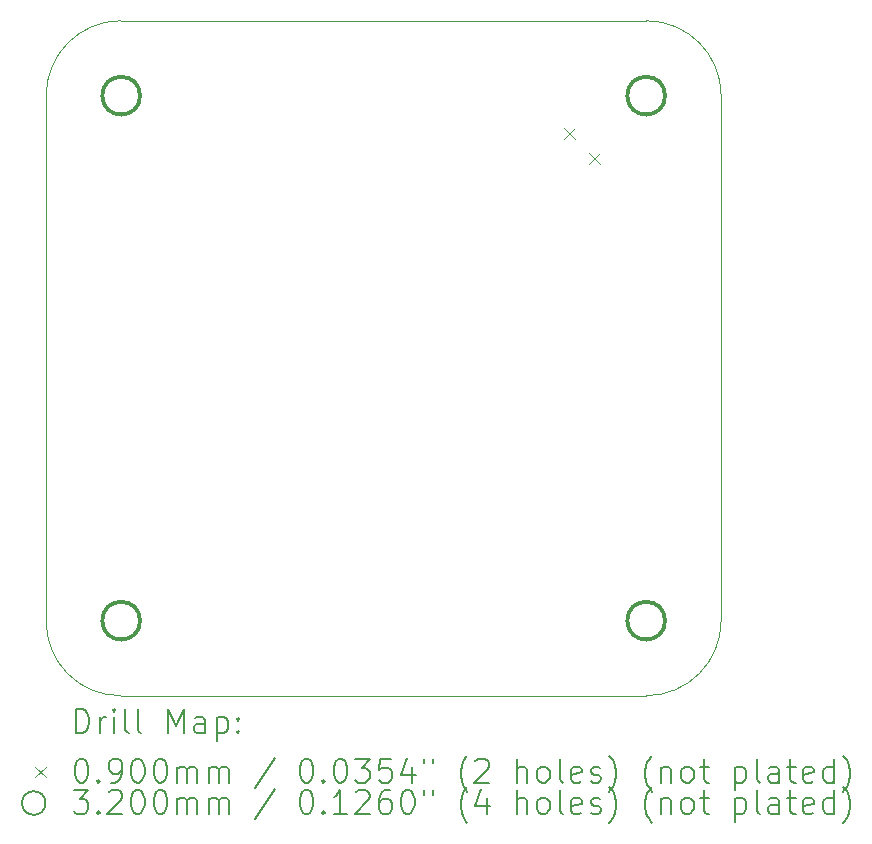
<source format=gbr>
%TF.GenerationSoftware,KiCad,Pcbnew,(6.0.7)*%
%TF.CreationDate,2023-06-27T12:32:27-07:00*%
%TF.ProjectId,OBC-Attempt-5_Matcha_2_Layer_3,4f42432d-4174-4746-956d-70742d355f4d,rev?*%
%TF.SameCoordinates,Original*%
%TF.FileFunction,Drillmap*%
%TF.FilePolarity,Positive*%
%FSLAX45Y45*%
G04 Gerber Fmt 4.5, Leading zero omitted, Abs format (unit mm)*
G04 Created by KiCad (PCBNEW (6.0.7)) date 2023-06-27 12:32:27*
%MOMM*%
%LPD*%
G01*
G04 APERTURE LIST*
%ADD10C,0.100000*%
%ADD11C,0.200000*%
%ADD12C,0.090000*%
%ADD13C,0.320000*%
G04 APERTURE END LIST*
D10*
X8255000Y-3175000D02*
X8255000Y-7620000D01*
X8255000Y-3175000D02*
G75*
G03*
X7620000Y-2540000I-635000J0D01*
G01*
X7620000Y-8255000D02*
G75*
G03*
X8255000Y-7620000I0J635000D01*
G01*
X7620000Y-8255000D02*
X3175000Y-8255000D01*
X3175000Y-2540000D02*
G75*
G03*
X2540000Y-3175000I0J-635000D01*
G01*
X2540000Y-7620000D02*
G75*
G03*
X3175000Y-8255000I627335J-7665D01*
G01*
X3175000Y-2540000D02*
X7620000Y-2540000D01*
X2540000Y-7620000D02*
X2540000Y-3175000D01*
D11*
D12*
X6924934Y-3447934D02*
X7014934Y-3537934D01*
X7014934Y-3447934D02*
X6924934Y-3537934D01*
X7137066Y-3660066D02*
X7227066Y-3750066D01*
X7227066Y-3660066D02*
X7137066Y-3750066D01*
D13*
X3335000Y-3175000D02*
G75*
G03*
X3335000Y-3175000I-160000J0D01*
G01*
X3335000Y-7620000D02*
G75*
G03*
X3335000Y-7620000I-160000J0D01*
G01*
X7780000Y-3175000D02*
G75*
G03*
X7780000Y-3175000I-160000J0D01*
G01*
X7780000Y-7620000D02*
G75*
G03*
X7780000Y-7620000I-160000J0D01*
G01*
D11*
X2792572Y-8570523D02*
X2792572Y-8370523D01*
X2840191Y-8370523D01*
X2868763Y-8380047D01*
X2887810Y-8399094D01*
X2897334Y-8418142D01*
X2906858Y-8456237D01*
X2906858Y-8484809D01*
X2897334Y-8522904D01*
X2887810Y-8541952D01*
X2868763Y-8560999D01*
X2840191Y-8570523D01*
X2792572Y-8570523D01*
X2992572Y-8570523D02*
X2992572Y-8437190D01*
X2992572Y-8475285D02*
X3002096Y-8456237D01*
X3011620Y-8446713D01*
X3030667Y-8437190D01*
X3049715Y-8437190D01*
X3116382Y-8570523D02*
X3116382Y-8437190D01*
X3116382Y-8370523D02*
X3106858Y-8380047D01*
X3116382Y-8389571D01*
X3125905Y-8380047D01*
X3116382Y-8370523D01*
X3116382Y-8389571D01*
X3240191Y-8570523D02*
X3221144Y-8560999D01*
X3211620Y-8541952D01*
X3211620Y-8370523D01*
X3344953Y-8570523D02*
X3325905Y-8560999D01*
X3316382Y-8541952D01*
X3316382Y-8370523D01*
X3573525Y-8570523D02*
X3573525Y-8370523D01*
X3640191Y-8513380D01*
X3706858Y-8370523D01*
X3706858Y-8570523D01*
X3887810Y-8570523D02*
X3887810Y-8465761D01*
X3878286Y-8446713D01*
X3859239Y-8437190D01*
X3821144Y-8437190D01*
X3802096Y-8446713D01*
X3887810Y-8560999D02*
X3868763Y-8570523D01*
X3821144Y-8570523D01*
X3802096Y-8560999D01*
X3792572Y-8541952D01*
X3792572Y-8522904D01*
X3802096Y-8503856D01*
X3821144Y-8494333D01*
X3868763Y-8494333D01*
X3887810Y-8484809D01*
X3983048Y-8437190D02*
X3983048Y-8637190D01*
X3983048Y-8446713D02*
X4002096Y-8437190D01*
X4040191Y-8437190D01*
X4059239Y-8446713D01*
X4068763Y-8456237D01*
X4078286Y-8475285D01*
X4078286Y-8532428D01*
X4068763Y-8551475D01*
X4059239Y-8560999D01*
X4040191Y-8570523D01*
X4002096Y-8570523D01*
X3983048Y-8560999D01*
X4164001Y-8551475D02*
X4173525Y-8560999D01*
X4164001Y-8570523D01*
X4154477Y-8560999D01*
X4164001Y-8551475D01*
X4164001Y-8570523D01*
X4164001Y-8446713D02*
X4173525Y-8456237D01*
X4164001Y-8465761D01*
X4154477Y-8456237D01*
X4164001Y-8446713D01*
X4164001Y-8465761D01*
D12*
X2444953Y-8855047D02*
X2534953Y-8945047D01*
X2534953Y-8855047D02*
X2444953Y-8945047D01*
D11*
X2830667Y-8790523D02*
X2849715Y-8790523D01*
X2868763Y-8800047D01*
X2878286Y-8809571D01*
X2887810Y-8828618D01*
X2897334Y-8866713D01*
X2897334Y-8914333D01*
X2887810Y-8952428D01*
X2878286Y-8971475D01*
X2868763Y-8980999D01*
X2849715Y-8990523D01*
X2830667Y-8990523D01*
X2811620Y-8980999D01*
X2802096Y-8971475D01*
X2792572Y-8952428D01*
X2783048Y-8914333D01*
X2783048Y-8866713D01*
X2792572Y-8828618D01*
X2802096Y-8809571D01*
X2811620Y-8800047D01*
X2830667Y-8790523D01*
X2983048Y-8971475D02*
X2992572Y-8980999D01*
X2983048Y-8990523D01*
X2973525Y-8980999D01*
X2983048Y-8971475D01*
X2983048Y-8990523D01*
X3087810Y-8990523D02*
X3125905Y-8990523D01*
X3144953Y-8980999D01*
X3154477Y-8971475D01*
X3173525Y-8942904D01*
X3183048Y-8904809D01*
X3183048Y-8828618D01*
X3173525Y-8809571D01*
X3164001Y-8800047D01*
X3144953Y-8790523D01*
X3106858Y-8790523D01*
X3087810Y-8800047D01*
X3078286Y-8809571D01*
X3068763Y-8828618D01*
X3068763Y-8876237D01*
X3078286Y-8895285D01*
X3087810Y-8904809D01*
X3106858Y-8914333D01*
X3144953Y-8914333D01*
X3164001Y-8904809D01*
X3173525Y-8895285D01*
X3183048Y-8876237D01*
X3306858Y-8790523D02*
X3325905Y-8790523D01*
X3344953Y-8800047D01*
X3354477Y-8809571D01*
X3364001Y-8828618D01*
X3373525Y-8866713D01*
X3373525Y-8914333D01*
X3364001Y-8952428D01*
X3354477Y-8971475D01*
X3344953Y-8980999D01*
X3325905Y-8990523D01*
X3306858Y-8990523D01*
X3287810Y-8980999D01*
X3278286Y-8971475D01*
X3268763Y-8952428D01*
X3259239Y-8914333D01*
X3259239Y-8866713D01*
X3268763Y-8828618D01*
X3278286Y-8809571D01*
X3287810Y-8800047D01*
X3306858Y-8790523D01*
X3497334Y-8790523D02*
X3516382Y-8790523D01*
X3535429Y-8800047D01*
X3544953Y-8809571D01*
X3554477Y-8828618D01*
X3564001Y-8866713D01*
X3564001Y-8914333D01*
X3554477Y-8952428D01*
X3544953Y-8971475D01*
X3535429Y-8980999D01*
X3516382Y-8990523D01*
X3497334Y-8990523D01*
X3478286Y-8980999D01*
X3468763Y-8971475D01*
X3459239Y-8952428D01*
X3449715Y-8914333D01*
X3449715Y-8866713D01*
X3459239Y-8828618D01*
X3468763Y-8809571D01*
X3478286Y-8800047D01*
X3497334Y-8790523D01*
X3649715Y-8990523D02*
X3649715Y-8857190D01*
X3649715Y-8876237D02*
X3659239Y-8866713D01*
X3678286Y-8857190D01*
X3706858Y-8857190D01*
X3725905Y-8866713D01*
X3735429Y-8885761D01*
X3735429Y-8990523D01*
X3735429Y-8885761D02*
X3744953Y-8866713D01*
X3764001Y-8857190D01*
X3792572Y-8857190D01*
X3811620Y-8866713D01*
X3821144Y-8885761D01*
X3821144Y-8990523D01*
X3916382Y-8990523D02*
X3916382Y-8857190D01*
X3916382Y-8876237D02*
X3925905Y-8866713D01*
X3944953Y-8857190D01*
X3973525Y-8857190D01*
X3992572Y-8866713D01*
X4002096Y-8885761D01*
X4002096Y-8990523D01*
X4002096Y-8885761D02*
X4011620Y-8866713D01*
X4030667Y-8857190D01*
X4059239Y-8857190D01*
X4078286Y-8866713D01*
X4087810Y-8885761D01*
X4087810Y-8990523D01*
X4478287Y-8780999D02*
X4306858Y-9038142D01*
X4735429Y-8790523D02*
X4754477Y-8790523D01*
X4773525Y-8800047D01*
X4783048Y-8809571D01*
X4792572Y-8828618D01*
X4802096Y-8866713D01*
X4802096Y-8914333D01*
X4792572Y-8952428D01*
X4783048Y-8971475D01*
X4773525Y-8980999D01*
X4754477Y-8990523D01*
X4735429Y-8990523D01*
X4716382Y-8980999D01*
X4706858Y-8971475D01*
X4697334Y-8952428D01*
X4687810Y-8914333D01*
X4687810Y-8866713D01*
X4697334Y-8828618D01*
X4706858Y-8809571D01*
X4716382Y-8800047D01*
X4735429Y-8790523D01*
X4887810Y-8971475D02*
X4897334Y-8980999D01*
X4887810Y-8990523D01*
X4878287Y-8980999D01*
X4887810Y-8971475D01*
X4887810Y-8990523D01*
X5021144Y-8790523D02*
X5040191Y-8790523D01*
X5059239Y-8800047D01*
X5068763Y-8809571D01*
X5078287Y-8828618D01*
X5087810Y-8866713D01*
X5087810Y-8914333D01*
X5078287Y-8952428D01*
X5068763Y-8971475D01*
X5059239Y-8980999D01*
X5040191Y-8990523D01*
X5021144Y-8990523D01*
X5002096Y-8980999D01*
X4992572Y-8971475D01*
X4983048Y-8952428D01*
X4973525Y-8914333D01*
X4973525Y-8866713D01*
X4983048Y-8828618D01*
X4992572Y-8809571D01*
X5002096Y-8800047D01*
X5021144Y-8790523D01*
X5154477Y-8790523D02*
X5278287Y-8790523D01*
X5211620Y-8866713D01*
X5240191Y-8866713D01*
X5259239Y-8876237D01*
X5268763Y-8885761D01*
X5278287Y-8904809D01*
X5278287Y-8952428D01*
X5268763Y-8971475D01*
X5259239Y-8980999D01*
X5240191Y-8990523D01*
X5183048Y-8990523D01*
X5164001Y-8980999D01*
X5154477Y-8971475D01*
X5459239Y-8790523D02*
X5364001Y-8790523D01*
X5354477Y-8885761D01*
X5364001Y-8876237D01*
X5383048Y-8866713D01*
X5430667Y-8866713D01*
X5449715Y-8876237D01*
X5459239Y-8885761D01*
X5468763Y-8904809D01*
X5468763Y-8952428D01*
X5459239Y-8971475D01*
X5449715Y-8980999D01*
X5430667Y-8990523D01*
X5383048Y-8990523D01*
X5364001Y-8980999D01*
X5354477Y-8971475D01*
X5640191Y-8857190D02*
X5640191Y-8990523D01*
X5592572Y-8780999D02*
X5544953Y-8923856D01*
X5668763Y-8923856D01*
X5735429Y-8790523D02*
X5735429Y-8828618D01*
X5811620Y-8790523D02*
X5811620Y-8828618D01*
X6106858Y-9066713D02*
X6097334Y-9057190D01*
X6078286Y-9028618D01*
X6068763Y-9009571D01*
X6059239Y-8980999D01*
X6049715Y-8933380D01*
X6049715Y-8895285D01*
X6059239Y-8847666D01*
X6068763Y-8819094D01*
X6078286Y-8800047D01*
X6097334Y-8771475D01*
X6106858Y-8761952D01*
X6173525Y-8809571D02*
X6183048Y-8800047D01*
X6202096Y-8790523D01*
X6249715Y-8790523D01*
X6268763Y-8800047D01*
X6278286Y-8809571D01*
X6287810Y-8828618D01*
X6287810Y-8847666D01*
X6278286Y-8876237D01*
X6164001Y-8990523D01*
X6287810Y-8990523D01*
X6525905Y-8990523D02*
X6525905Y-8790523D01*
X6611620Y-8990523D02*
X6611620Y-8885761D01*
X6602096Y-8866713D01*
X6583048Y-8857190D01*
X6554477Y-8857190D01*
X6535429Y-8866713D01*
X6525905Y-8876237D01*
X6735429Y-8990523D02*
X6716382Y-8980999D01*
X6706858Y-8971475D01*
X6697334Y-8952428D01*
X6697334Y-8895285D01*
X6706858Y-8876237D01*
X6716382Y-8866713D01*
X6735429Y-8857190D01*
X6764001Y-8857190D01*
X6783048Y-8866713D01*
X6792572Y-8876237D01*
X6802096Y-8895285D01*
X6802096Y-8952428D01*
X6792572Y-8971475D01*
X6783048Y-8980999D01*
X6764001Y-8990523D01*
X6735429Y-8990523D01*
X6916382Y-8990523D02*
X6897334Y-8980999D01*
X6887810Y-8961952D01*
X6887810Y-8790523D01*
X7068763Y-8980999D02*
X7049715Y-8990523D01*
X7011620Y-8990523D01*
X6992572Y-8980999D01*
X6983048Y-8961952D01*
X6983048Y-8885761D01*
X6992572Y-8866713D01*
X7011620Y-8857190D01*
X7049715Y-8857190D01*
X7068763Y-8866713D01*
X7078286Y-8885761D01*
X7078286Y-8904809D01*
X6983048Y-8923856D01*
X7154477Y-8980999D02*
X7173525Y-8990523D01*
X7211620Y-8990523D01*
X7230667Y-8980999D01*
X7240191Y-8961952D01*
X7240191Y-8952428D01*
X7230667Y-8933380D01*
X7211620Y-8923856D01*
X7183048Y-8923856D01*
X7164001Y-8914333D01*
X7154477Y-8895285D01*
X7154477Y-8885761D01*
X7164001Y-8866713D01*
X7183048Y-8857190D01*
X7211620Y-8857190D01*
X7230667Y-8866713D01*
X7306858Y-9066713D02*
X7316382Y-9057190D01*
X7335429Y-9028618D01*
X7344953Y-9009571D01*
X7354477Y-8980999D01*
X7364001Y-8933380D01*
X7364001Y-8895285D01*
X7354477Y-8847666D01*
X7344953Y-8819094D01*
X7335429Y-8800047D01*
X7316382Y-8771475D01*
X7306858Y-8761952D01*
X7668763Y-9066713D02*
X7659239Y-9057190D01*
X7640191Y-9028618D01*
X7630667Y-9009571D01*
X7621144Y-8980999D01*
X7611620Y-8933380D01*
X7611620Y-8895285D01*
X7621144Y-8847666D01*
X7630667Y-8819094D01*
X7640191Y-8800047D01*
X7659239Y-8771475D01*
X7668763Y-8761952D01*
X7744953Y-8857190D02*
X7744953Y-8990523D01*
X7744953Y-8876237D02*
X7754477Y-8866713D01*
X7773525Y-8857190D01*
X7802096Y-8857190D01*
X7821144Y-8866713D01*
X7830667Y-8885761D01*
X7830667Y-8990523D01*
X7954477Y-8990523D02*
X7935429Y-8980999D01*
X7925905Y-8971475D01*
X7916382Y-8952428D01*
X7916382Y-8895285D01*
X7925905Y-8876237D01*
X7935429Y-8866713D01*
X7954477Y-8857190D01*
X7983048Y-8857190D01*
X8002096Y-8866713D01*
X8011620Y-8876237D01*
X8021144Y-8895285D01*
X8021144Y-8952428D01*
X8011620Y-8971475D01*
X8002096Y-8980999D01*
X7983048Y-8990523D01*
X7954477Y-8990523D01*
X8078286Y-8857190D02*
X8154477Y-8857190D01*
X8106858Y-8790523D02*
X8106858Y-8961952D01*
X8116382Y-8980999D01*
X8135429Y-8990523D01*
X8154477Y-8990523D01*
X8373525Y-8857190D02*
X8373525Y-9057190D01*
X8373525Y-8866713D02*
X8392572Y-8857190D01*
X8430667Y-8857190D01*
X8449715Y-8866713D01*
X8459239Y-8876237D01*
X8468763Y-8895285D01*
X8468763Y-8952428D01*
X8459239Y-8971475D01*
X8449715Y-8980999D01*
X8430667Y-8990523D01*
X8392572Y-8990523D01*
X8373525Y-8980999D01*
X8583048Y-8990523D02*
X8564001Y-8980999D01*
X8554477Y-8961952D01*
X8554477Y-8790523D01*
X8744953Y-8990523D02*
X8744953Y-8885761D01*
X8735429Y-8866713D01*
X8716382Y-8857190D01*
X8678287Y-8857190D01*
X8659239Y-8866713D01*
X8744953Y-8980999D02*
X8725906Y-8990523D01*
X8678287Y-8990523D01*
X8659239Y-8980999D01*
X8649715Y-8961952D01*
X8649715Y-8942904D01*
X8659239Y-8923856D01*
X8678287Y-8914333D01*
X8725906Y-8914333D01*
X8744953Y-8904809D01*
X8811620Y-8857190D02*
X8887810Y-8857190D01*
X8840191Y-8790523D02*
X8840191Y-8961952D01*
X8849715Y-8980999D01*
X8868763Y-8990523D01*
X8887810Y-8990523D01*
X9030667Y-8980999D02*
X9011620Y-8990523D01*
X8973525Y-8990523D01*
X8954477Y-8980999D01*
X8944953Y-8961952D01*
X8944953Y-8885761D01*
X8954477Y-8866713D01*
X8973525Y-8857190D01*
X9011620Y-8857190D01*
X9030667Y-8866713D01*
X9040191Y-8885761D01*
X9040191Y-8904809D01*
X8944953Y-8923856D01*
X9211620Y-8990523D02*
X9211620Y-8790523D01*
X9211620Y-8980999D02*
X9192572Y-8990523D01*
X9154477Y-8990523D01*
X9135429Y-8980999D01*
X9125906Y-8971475D01*
X9116382Y-8952428D01*
X9116382Y-8895285D01*
X9125906Y-8876237D01*
X9135429Y-8866713D01*
X9154477Y-8857190D01*
X9192572Y-8857190D01*
X9211620Y-8866713D01*
X9287810Y-9066713D02*
X9297334Y-9057190D01*
X9316382Y-9028618D01*
X9325906Y-9009571D01*
X9335429Y-8980999D01*
X9344953Y-8933380D01*
X9344953Y-8895285D01*
X9335429Y-8847666D01*
X9325906Y-8819094D01*
X9316382Y-8800047D01*
X9297334Y-8771475D01*
X9287810Y-8761952D01*
X2534953Y-9164047D02*
G75*
G03*
X2534953Y-9164047I-100000J0D01*
G01*
X2773525Y-9054523D02*
X2897334Y-9054523D01*
X2830667Y-9130713D01*
X2859239Y-9130713D01*
X2878286Y-9140237D01*
X2887810Y-9149761D01*
X2897334Y-9168809D01*
X2897334Y-9216428D01*
X2887810Y-9235475D01*
X2878286Y-9244999D01*
X2859239Y-9254523D01*
X2802096Y-9254523D01*
X2783048Y-9244999D01*
X2773525Y-9235475D01*
X2983048Y-9235475D02*
X2992572Y-9244999D01*
X2983048Y-9254523D01*
X2973525Y-9244999D01*
X2983048Y-9235475D01*
X2983048Y-9254523D01*
X3068763Y-9073571D02*
X3078286Y-9064047D01*
X3097334Y-9054523D01*
X3144953Y-9054523D01*
X3164001Y-9064047D01*
X3173525Y-9073571D01*
X3183048Y-9092618D01*
X3183048Y-9111666D01*
X3173525Y-9140237D01*
X3059239Y-9254523D01*
X3183048Y-9254523D01*
X3306858Y-9054523D02*
X3325905Y-9054523D01*
X3344953Y-9064047D01*
X3354477Y-9073571D01*
X3364001Y-9092618D01*
X3373525Y-9130713D01*
X3373525Y-9178333D01*
X3364001Y-9216428D01*
X3354477Y-9235475D01*
X3344953Y-9244999D01*
X3325905Y-9254523D01*
X3306858Y-9254523D01*
X3287810Y-9244999D01*
X3278286Y-9235475D01*
X3268763Y-9216428D01*
X3259239Y-9178333D01*
X3259239Y-9130713D01*
X3268763Y-9092618D01*
X3278286Y-9073571D01*
X3287810Y-9064047D01*
X3306858Y-9054523D01*
X3497334Y-9054523D02*
X3516382Y-9054523D01*
X3535429Y-9064047D01*
X3544953Y-9073571D01*
X3554477Y-9092618D01*
X3564001Y-9130713D01*
X3564001Y-9178333D01*
X3554477Y-9216428D01*
X3544953Y-9235475D01*
X3535429Y-9244999D01*
X3516382Y-9254523D01*
X3497334Y-9254523D01*
X3478286Y-9244999D01*
X3468763Y-9235475D01*
X3459239Y-9216428D01*
X3449715Y-9178333D01*
X3449715Y-9130713D01*
X3459239Y-9092618D01*
X3468763Y-9073571D01*
X3478286Y-9064047D01*
X3497334Y-9054523D01*
X3649715Y-9254523D02*
X3649715Y-9121190D01*
X3649715Y-9140237D02*
X3659239Y-9130713D01*
X3678286Y-9121190D01*
X3706858Y-9121190D01*
X3725905Y-9130713D01*
X3735429Y-9149761D01*
X3735429Y-9254523D01*
X3735429Y-9149761D02*
X3744953Y-9130713D01*
X3764001Y-9121190D01*
X3792572Y-9121190D01*
X3811620Y-9130713D01*
X3821144Y-9149761D01*
X3821144Y-9254523D01*
X3916382Y-9254523D02*
X3916382Y-9121190D01*
X3916382Y-9140237D02*
X3925905Y-9130713D01*
X3944953Y-9121190D01*
X3973525Y-9121190D01*
X3992572Y-9130713D01*
X4002096Y-9149761D01*
X4002096Y-9254523D01*
X4002096Y-9149761D02*
X4011620Y-9130713D01*
X4030667Y-9121190D01*
X4059239Y-9121190D01*
X4078286Y-9130713D01*
X4087810Y-9149761D01*
X4087810Y-9254523D01*
X4478287Y-9044999D02*
X4306858Y-9302142D01*
X4735429Y-9054523D02*
X4754477Y-9054523D01*
X4773525Y-9064047D01*
X4783048Y-9073571D01*
X4792572Y-9092618D01*
X4802096Y-9130713D01*
X4802096Y-9178333D01*
X4792572Y-9216428D01*
X4783048Y-9235475D01*
X4773525Y-9244999D01*
X4754477Y-9254523D01*
X4735429Y-9254523D01*
X4716382Y-9244999D01*
X4706858Y-9235475D01*
X4697334Y-9216428D01*
X4687810Y-9178333D01*
X4687810Y-9130713D01*
X4697334Y-9092618D01*
X4706858Y-9073571D01*
X4716382Y-9064047D01*
X4735429Y-9054523D01*
X4887810Y-9235475D02*
X4897334Y-9244999D01*
X4887810Y-9254523D01*
X4878287Y-9244999D01*
X4887810Y-9235475D01*
X4887810Y-9254523D01*
X5087810Y-9254523D02*
X4973525Y-9254523D01*
X5030667Y-9254523D02*
X5030667Y-9054523D01*
X5011620Y-9083094D01*
X4992572Y-9102142D01*
X4973525Y-9111666D01*
X5164001Y-9073571D02*
X5173525Y-9064047D01*
X5192572Y-9054523D01*
X5240191Y-9054523D01*
X5259239Y-9064047D01*
X5268763Y-9073571D01*
X5278287Y-9092618D01*
X5278287Y-9111666D01*
X5268763Y-9140237D01*
X5154477Y-9254523D01*
X5278287Y-9254523D01*
X5449715Y-9054523D02*
X5411620Y-9054523D01*
X5392572Y-9064047D01*
X5383048Y-9073571D01*
X5364001Y-9102142D01*
X5354477Y-9140237D01*
X5354477Y-9216428D01*
X5364001Y-9235475D01*
X5373525Y-9244999D01*
X5392572Y-9254523D01*
X5430667Y-9254523D01*
X5449715Y-9244999D01*
X5459239Y-9235475D01*
X5468763Y-9216428D01*
X5468763Y-9168809D01*
X5459239Y-9149761D01*
X5449715Y-9140237D01*
X5430667Y-9130713D01*
X5392572Y-9130713D01*
X5373525Y-9140237D01*
X5364001Y-9149761D01*
X5354477Y-9168809D01*
X5592572Y-9054523D02*
X5611620Y-9054523D01*
X5630667Y-9064047D01*
X5640191Y-9073571D01*
X5649715Y-9092618D01*
X5659239Y-9130713D01*
X5659239Y-9178333D01*
X5649715Y-9216428D01*
X5640191Y-9235475D01*
X5630667Y-9244999D01*
X5611620Y-9254523D01*
X5592572Y-9254523D01*
X5573525Y-9244999D01*
X5564001Y-9235475D01*
X5554477Y-9216428D01*
X5544953Y-9178333D01*
X5544953Y-9130713D01*
X5554477Y-9092618D01*
X5564001Y-9073571D01*
X5573525Y-9064047D01*
X5592572Y-9054523D01*
X5735429Y-9054523D02*
X5735429Y-9092618D01*
X5811620Y-9054523D02*
X5811620Y-9092618D01*
X6106858Y-9330713D02*
X6097334Y-9321190D01*
X6078286Y-9292618D01*
X6068763Y-9273571D01*
X6059239Y-9244999D01*
X6049715Y-9197380D01*
X6049715Y-9159285D01*
X6059239Y-9111666D01*
X6068763Y-9083094D01*
X6078286Y-9064047D01*
X6097334Y-9035475D01*
X6106858Y-9025952D01*
X6268763Y-9121190D02*
X6268763Y-9254523D01*
X6221144Y-9044999D02*
X6173525Y-9187856D01*
X6297334Y-9187856D01*
X6525905Y-9254523D02*
X6525905Y-9054523D01*
X6611620Y-9254523D02*
X6611620Y-9149761D01*
X6602096Y-9130713D01*
X6583048Y-9121190D01*
X6554477Y-9121190D01*
X6535429Y-9130713D01*
X6525905Y-9140237D01*
X6735429Y-9254523D02*
X6716382Y-9244999D01*
X6706858Y-9235475D01*
X6697334Y-9216428D01*
X6697334Y-9159285D01*
X6706858Y-9140237D01*
X6716382Y-9130713D01*
X6735429Y-9121190D01*
X6764001Y-9121190D01*
X6783048Y-9130713D01*
X6792572Y-9140237D01*
X6802096Y-9159285D01*
X6802096Y-9216428D01*
X6792572Y-9235475D01*
X6783048Y-9244999D01*
X6764001Y-9254523D01*
X6735429Y-9254523D01*
X6916382Y-9254523D02*
X6897334Y-9244999D01*
X6887810Y-9225952D01*
X6887810Y-9054523D01*
X7068763Y-9244999D02*
X7049715Y-9254523D01*
X7011620Y-9254523D01*
X6992572Y-9244999D01*
X6983048Y-9225952D01*
X6983048Y-9149761D01*
X6992572Y-9130713D01*
X7011620Y-9121190D01*
X7049715Y-9121190D01*
X7068763Y-9130713D01*
X7078286Y-9149761D01*
X7078286Y-9168809D01*
X6983048Y-9187856D01*
X7154477Y-9244999D02*
X7173525Y-9254523D01*
X7211620Y-9254523D01*
X7230667Y-9244999D01*
X7240191Y-9225952D01*
X7240191Y-9216428D01*
X7230667Y-9197380D01*
X7211620Y-9187856D01*
X7183048Y-9187856D01*
X7164001Y-9178333D01*
X7154477Y-9159285D01*
X7154477Y-9149761D01*
X7164001Y-9130713D01*
X7183048Y-9121190D01*
X7211620Y-9121190D01*
X7230667Y-9130713D01*
X7306858Y-9330713D02*
X7316382Y-9321190D01*
X7335429Y-9292618D01*
X7344953Y-9273571D01*
X7354477Y-9244999D01*
X7364001Y-9197380D01*
X7364001Y-9159285D01*
X7354477Y-9111666D01*
X7344953Y-9083094D01*
X7335429Y-9064047D01*
X7316382Y-9035475D01*
X7306858Y-9025952D01*
X7668763Y-9330713D02*
X7659239Y-9321190D01*
X7640191Y-9292618D01*
X7630667Y-9273571D01*
X7621144Y-9244999D01*
X7611620Y-9197380D01*
X7611620Y-9159285D01*
X7621144Y-9111666D01*
X7630667Y-9083094D01*
X7640191Y-9064047D01*
X7659239Y-9035475D01*
X7668763Y-9025952D01*
X7744953Y-9121190D02*
X7744953Y-9254523D01*
X7744953Y-9140237D02*
X7754477Y-9130713D01*
X7773525Y-9121190D01*
X7802096Y-9121190D01*
X7821144Y-9130713D01*
X7830667Y-9149761D01*
X7830667Y-9254523D01*
X7954477Y-9254523D02*
X7935429Y-9244999D01*
X7925905Y-9235475D01*
X7916382Y-9216428D01*
X7916382Y-9159285D01*
X7925905Y-9140237D01*
X7935429Y-9130713D01*
X7954477Y-9121190D01*
X7983048Y-9121190D01*
X8002096Y-9130713D01*
X8011620Y-9140237D01*
X8021144Y-9159285D01*
X8021144Y-9216428D01*
X8011620Y-9235475D01*
X8002096Y-9244999D01*
X7983048Y-9254523D01*
X7954477Y-9254523D01*
X8078286Y-9121190D02*
X8154477Y-9121190D01*
X8106858Y-9054523D02*
X8106858Y-9225952D01*
X8116382Y-9244999D01*
X8135429Y-9254523D01*
X8154477Y-9254523D01*
X8373525Y-9121190D02*
X8373525Y-9321190D01*
X8373525Y-9130713D02*
X8392572Y-9121190D01*
X8430667Y-9121190D01*
X8449715Y-9130713D01*
X8459239Y-9140237D01*
X8468763Y-9159285D01*
X8468763Y-9216428D01*
X8459239Y-9235475D01*
X8449715Y-9244999D01*
X8430667Y-9254523D01*
X8392572Y-9254523D01*
X8373525Y-9244999D01*
X8583048Y-9254523D02*
X8564001Y-9244999D01*
X8554477Y-9225952D01*
X8554477Y-9054523D01*
X8744953Y-9254523D02*
X8744953Y-9149761D01*
X8735429Y-9130713D01*
X8716382Y-9121190D01*
X8678287Y-9121190D01*
X8659239Y-9130713D01*
X8744953Y-9244999D02*
X8725906Y-9254523D01*
X8678287Y-9254523D01*
X8659239Y-9244999D01*
X8649715Y-9225952D01*
X8649715Y-9206904D01*
X8659239Y-9187856D01*
X8678287Y-9178333D01*
X8725906Y-9178333D01*
X8744953Y-9168809D01*
X8811620Y-9121190D02*
X8887810Y-9121190D01*
X8840191Y-9054523D02*
X8840191Y-9225952D01*
X8849715Y-9244999D01*
X8868763Y-9254523D01*
X8887810Y-9254523D01*
X9030667Y-9244999D02*
X9011620Y-9254523D01*
X8973525Y-9254523D01*
X8954477Y-9244999D01*
X8944953Y-9225952D01*
X8944953Y-9149761D01*
X8954477Y-9130713D01*
X8973525Y-9121190D01*
X9011620Y-9121190D01*
X9030667Y-9130713D01*
X9040191Y-9149761D01*
X9040191Y-9168809D01*
X8944953Y-9187856D01*
X9211620Y-9254523D02*
X9211620Y-9054523D01*
X9211620Y-9244999D02*
X9192572Y-9254523D01*
X9154477Y-9254523D01*
X9135429Y-9244999D01*
X9125906Y-9235475D01*
X9116382Y-9216428D01*
X9116382Y-9159285D01*
X9125906Y-9140237D01*
X9135429Y-9130713D01*
X9154477Y-9121190D01*
X9192572Y-9121190D01*
X9211620Y-9130713D01*
X9287810Y-9330713D02*
X9297334Y-9321190D01*
X9316382Y-9292618D01*
X9325906Y-9273571D01*
X9335429Y-9244999D01*
X9344953Y-9197380D01*
X9344953Y-9159285D01*
X9335429Y-9111666D01*
X9325906Y-9083094D01*
X9316382Y-9064047D01*
X9297334Y-9035475D01*
X9287810Y-9025952D01*
M02*

</source>
